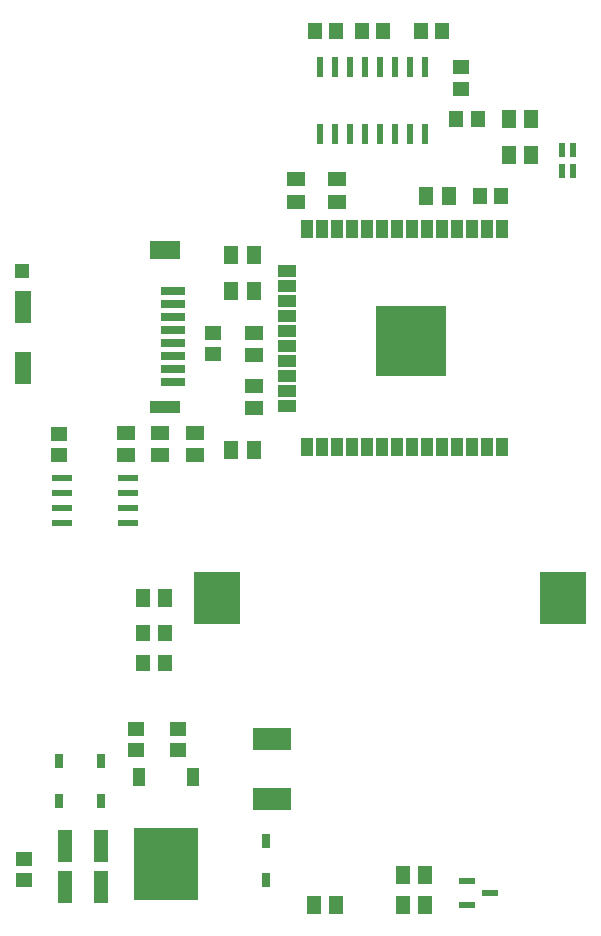
<source format=gbr>
G04 EAGLE Gerber RS-274X export*
G75*
%MOMM*%
%FSLAX34Y34*%
%LPD*%
%INSolderpaste Top*%
%IPPOS*%
%AMOC8*
5,1,8,0,0,1.08239X$1,22.5*%
G01*
%ADD10R,1.000000X1.500000*%
%ADD11R,1.500000X1.000000*%
%ADD12R,6.000000X6.000000*%
%ADD13R,1.663700X0.533400*%
%ADD14R,0.558800X1.663700*%
%ADD15R,4.000000X4.500000*%
%ADD16R,3.261800X1.929100*%
%ADD17R,2.006600X0.762000*%
%ADD18R,1.447800X2.743200*%
%ADD19R,1.244600X1.244600*%
%ADD20R,2.641600X1.041400*%
%ADD21R,2.641600X1.549400*%
%ADD22R,1.450000X1.150000*%
%ADD23R,1.150000X2.700000*%
%ADD24R,1.300000X1.500000*%
%ADD25R,1.150000X1.450000*%
%ADD26R,1.500000X1.300000*%
%ADD27R,5.400000X6.200000*%
%ADD28R,1.000000X1.600000*%
%ADD29R,0.730000X1.210000*%
%ADD30R,0.600000X1.200000*%
%ADD31R,1.397000X0.558800*%


D10*
X171900Y202500D03*
X159200Y202500D03*
X146500Y202500D03*
X133800Y202500D03*
X121100Y202500D03*
X108400Y202500D03*
X95700Y202500D03*
X83000Y202500D03*
D11*
X27500Y52700D03*
D10*
X44900Y17500D03*
X57600Y17500D03*
X70300Y17500D03*
X83000Y17500D03*
X95700Y17500D03*
X108400Y17500D03*
X121100Y17500D03*
D11*
X27500Y141600D03*
D10*
X70300Y202500D03*
X57600Y202500D03*
X44900Y202500D03*
D11*
X27500Y167000D03*
X27500Y154300D03*
D10*
X184600Y202500D03*
X197300Y202500D03*
X210000Y202500D03*
D11*
X27500Y128900D03*
X27500Y116200D03*
X27500Y103500D03*
X27500Y65400D03*
X27500Y78100D03*
X27500Y90800D03*
D10*
X133800Y17500D03*
X146500Y17500D03*
X159200Y17500D03*
X171900Y17500D03*
X184600Y17500D03*
X197300Y17500D03*
X210000Y17500D03*
D12*
X133000Y107000D03*
D13*
X-163258Y-8450D03*
X-163258Y-21150D03*
X-163258Y-33850D03*
X-163258Y-46550D03*
X-106743Y-46550D03*
X-106743Y-33850D03*
X-106743Y-21150D03*
X-106743Y-8450D03*
D14*
X144450Y338958D03*
X131750Y338958D03*
X119050Y338958D03*
X106350Y338958D03*
X93650Y338958D03*
X80950Y338958D03*
X68250Y338958D03*
X55550Y338958D03*
X55550Y282443D03*
X68250Y282443D03*
X80950Y282443D03*
X93650Y282443D03*
X106350Y282443D03*
X119050Y282443D03*
X131750Y282443D03*
X144450Y282443D03*
D15*
X-31500Y-110000D03*
X261500Y-110000D03*
D16*
X15000Y-230000D03*
X15000Y-280000D03*
D17*
X-69224Y72810D03*
X-69224Y83810D03*
X-69224Y94810D03*
X-69224Y105810D03*
X-69224Y116810D03*
X-69224Y127810D03*
X-69224Y138810D03*
X-69224Y149810D03*
D18*
X-195974Y84814D03*
X-195974Y136094D03*
D19*
X-196990Y166314D03*
D20*
X-75418Y51605D03*
D21*
X-75418Y184655D03*
D22*
X-100000Y-239000D03*
X-100000Y-221000D03*
X-65000Y-239000D03*
X-65000Y-221000D03*
D23*
X-130000Y-320000D03*
X-160000Y-320000D03*
D24*
X-94500Y-110000D03*
X-75500Y-110000D03*
D25*
X141000Y370000D03*
X159000Y370000D03*
X91000Y370000D03*
X109000Y370000D03*
D22*
X175000Y339000D03*
X175000Y321000D03*
D25*
X69000Y370000D03*
X51000Y370000D03*
X189000Y295000D03*
X171000Y295000D03*
D26*
X35000Y225500D03*
X35000Y244500D03*
X0Y114500D03*
X0Y95500D03*
D24*
X-19500Y150000D03*
X-500Y150000D03*
X-19500Y180000D03*
X-500Y180000D03*
D26*
X-108750Y10500D03*
X-108750Y29500D03*
X-80000Y10500D03*
X-80000Y29500D03*
D22*
X-165000Y11000D03*
X-165000Y29000D03*
X-35000Y114000D03*
X-35000Y96000D03*
D23*
X-130000Y-355000D03*
X-160000Y-355000D03*
D26*
X70000Y225500D03*
X70000Y244500D03*
X-50000Y29500D03*
X-50000Y10500D03*
X0Y50500D03*
X0Y69500D03*
D24*
X145500Y230000D03*
X164500Y230000D03*
X144500Y-345000D03*
X125500Y-345000D03*
D25*
X209000Y230000D03*
X191000Y230000D03*
X-94000Y-140000D03*
X-76000Y-140000D03*
X-94000Y-165000D03*
X-76000Y-165000D03*
D22*
X-195000Y-331000D03*
X-195000Y-349000D03*
D27*
X-75000Y-335000D03*
D28*
X-52200Y-262000D03*
X-97800Y-262000D03*
D24*
X-500Y15000D03*
X-19500Y15000D03*
D29*
X10000Y-349300D03*
X10000Y-315700D03*
D30*
X260250Y269000D03*
X260250Y251000D03*
X269750Y251000D03*
X269750Y269000D03*
D24*
X69500Y-370000D03*
X50500Y-370000D03*
D31*
X180221Y-349840D03*
X180221Y-370160D03*
X199779Y-360000D03*
D24*
X125500Y-370000D03*
X144500Y-370000D03*
X234500Y265000D03*
X215500Y265000D03*
X234500Y295000D03*
X215500Y295000D03*
D29*
X-165000Y-281800D03*
X-165000Y-248200D03*
X-130000Y-248200D03*
X-130000Y-281800D03*
M02*

</source>
